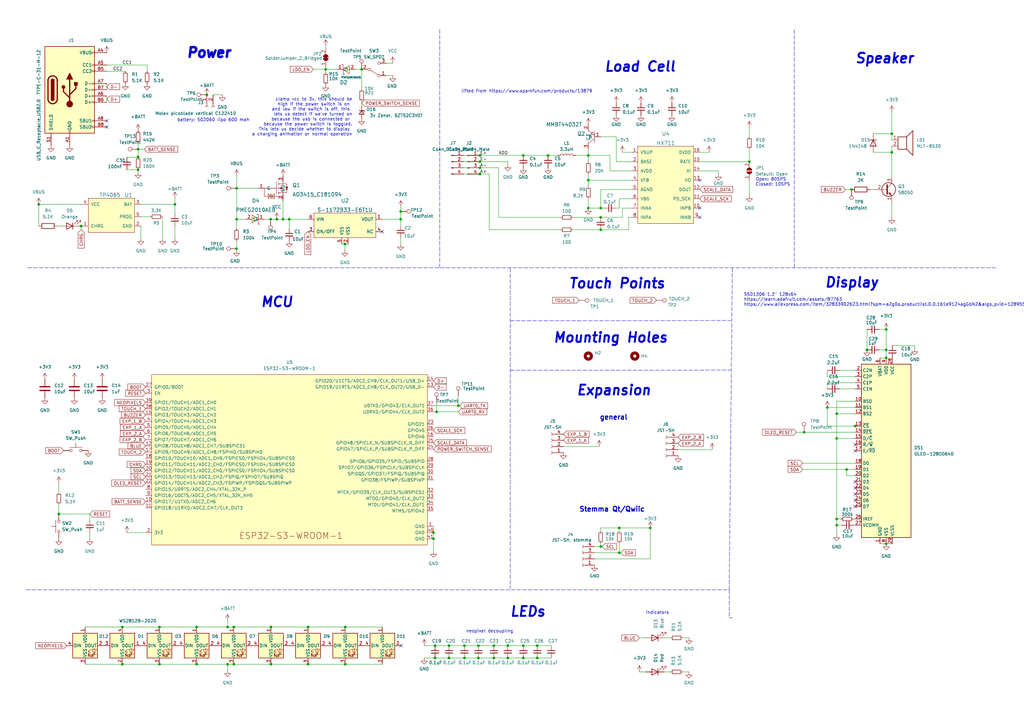
<source format=kicad_sch>
(kicad_sch (version 20211123) (generator eeschema)
  (paper "A3")
  (junction (at 148.336 28.448))
  (junction (at 110.998 89.916))
  (junction (at 241.3 63.754))
  (junction (at 365.76 62.484))
  (junction (at 241.3 85.344))
  (junction (at 184.15 264.795))
  (junction (at 15.875 83.82))
  (junction (at 208.28 264.795))
  (junction (at 196.85 68.834))
  (junction (at 329.819 177.292))
  (junction (at 214.63 269.875))
  (junction (at 363.474 135.128))
  (junction (at 141.605 272.415))
  (junction (at 93.345 272.415))
  (junction (at 339.344 167.132))
  (junction (at 196.85 71.374))
  (junction (at 349.25 77.724))
  (junction (at 56.642 69.596))
  (junction (at 246.38 224.155))
  (junction (at 178.435 269.875))
  (junction (at 196.215 269.875))
  (junction (at 190.5 264.795))
  (junction (at 65.405 257.175))
  (junction (at 224.79 63.754))
  (junction (at 126.365 272.415))
  (junction (at 80.645 257.175))
  (junction (at 141.605 257.175))
  (junction (at 343.154 169.672))
  (junction (at 307.34 66.294))
  (junction (at 355.6 143.51))
  (junction (at 220.345 269.875))
  (junction (at 254 226.695))
  (junction (at 208.28 269.875))
  (junction (at 133.604 28.448))
  (junction (at 179.07 168.91))
  (junction (at 93.345 257.175))
  (junction (at 220.345 264.795))
  (junction (at 202.565 269.875))
  (junction (at 164.338 86.741))
  (junction (at 80.645 272.415))
  (junction (at 246.38 94.234))
  (junction (at 190.5 269.875))
  (junction (at 141.478 100.076))
  (junction (at 118.618 89.916))
  (junction (at 50.165 272.415))
  (junction (at 196.85 66.294))
  (junction (at 214.63 63.754))
  (junction (at 97.028 77.216))
  (junction (at 365.76 54.864))
  (junction (at 202.565 264.795))
  (junction (at 214.63 264.795))
  (junction (at 177.8 220.98))
  (junction (at 350.774 174.752))
  (junction (at 187.96 166.37))
  (junction (at 24.13 210.82))
  (junction (at 343.154 215.392))
  (junction (at 56.642 64.389))
  (junction (at 343.154 179.832))
  (junction (at 196.85 63.754))
  (junction (at 65.405 272.415))
  (junction (at 363.474 143.51))
  (junction (at 241.3 73.914))
  (junction (at 84.836 38.862))
  (junction (at 116.078 89.916))
  (junction (at 184.15 269.875))
  (junction (at 95.885 272.415))
  (junction (at 254 216.535))
  (junction (at 33.274 92.71))
  (junction (at 177.8 218.44))
  (junction (at 97.028 101.981))
  (junction (at 95.885 257.175))
  (junction (at 178.435 264.795))
  (junction (at 126.365 257.175))
  (junction (at 111.125 272.415))
  (junction (at 266.7 216.535))
  (junction (at 246.38 89.154))
  (junction (at 111.125 257.175))
  (junction (at 97.028 89.916))
  (junction (at 363.474 146.812))
  (junction (at 363.474 223.012))
  (junction (at 196.215 264.795))
  (junction (at 347.218 192.532))
  (junction (at 71.755 83.82))
  (junction (at 246.38 85.344))
  (junction (at 343.154 212.852))
  (junction (at 50.165 257.175))
  (junction (at 56.642 61.214))
  (junction (at 164.338 89.916))
  (junction (at 113.538 89.916))
  (no_connect (at 287.02 85.344))
  (no_connect (at 43.815 52.07))
  (no_connect (at 43.815 49.53))
  (no_connect (at 287.02 89.154))
  (no_connect (at 350.774 182.372))
  (no_connect (at 350.774 184.912))
  (no_connect (at 287.02 73.914))
  (no_connect (at 350.774 197.612))
  (no_connect (at 156.718 94.996))
  (no_connect (at 350.774 200.152))
  (no_connect (at 350.774 202.692))
  (no_connect (at 350.774 205.232))
  (no_connect (at 350.774 207.772))
  (no_connect (at 164.465 264.795))
  (wire (pts (xy 339.344 154.432) (xy 350.774 154.432)))
  (wire (pts (xy 97.028 77.216) (xy 97.028 89.916)))
  (wire (pts (xy 133.604 18.796) (xy 133.604 19.812)))
  (wire (pts (xy 32.385 92.71) (xy 33.274 92.71)))
  (wire (pts (xy 177.8 220.98) (xy 177.8 226.06)))
  (wire (pts (xy 50.165 257.175) (xy 65.405 257.175)))
  (wire (pts (xy 52.07 69.596) (xy 56.642 69.596)))
  (wire (pts (xy 204.47 68.834) (xy 196.85 68.834)))
  (wire (pts (xy 173.99 269.875) (xy 178.435 269.875)))
  (wire (pts (xy 71.755 81.28) (xy 71.755 83.82)))
  (wire (pts (xy 178.435 269.875) (xy 184.15 269.875)))
  (wire (pts (xy 262.255 261.62) (xy 264.795 261.62)))
  (wire (pts (xy 339.344 167.132) (xy 350.774 167.132)))
  (wire (pts (xy 118.618 89.916) (xy 118.618 93.726)))
  (wire (pts (xy 214.63 63.754) (xy 224.79 63.754)))
  (wire (pts (xy 343.154 219.202) (xy 343.154 215.392)))
  (wire (pts (xy 350.774 174.752) (xy 339.344 174.752)))
  (wire (pts (xy 95.885 272.415) (xy 111.125 272.415)))
  (polyline (pts (xy 10.795 241.935) (xy 299.085 241.935)))
  (wire (pts (xy 329.819 177.292) (xy 350.774 177.292)))
  (wire (pts (xy 145.796 28.448) (xy 148.336 28.448)))
  (wire (pts (xy 196.215 264.795) (xy 202.565 264.795)))
  (wire (pts (xy 343.154 215.392) (xy 345.186 215.392)))
  (wire (pts (xy 250.19 63.754) (xy 241.3 63.754)))
  (wire (pts (xy 339.344 156.972) (xy 339.344 159.512)))
  (wire (pts (xy 141.605 272.415) (xy 156.845 272.415)))
  (wire (pts (xy 243.84 226.695) (xy 254 226.695)))
  (wire (pts (xy 52.07 64.516) (xy 56.642 64.516)))
  (wire (pts (xy 65.405 272.415) (xy 80.645 272.415)))
  (wire (pts (xy 254 81.534) (xy 259.08 81.534)))
  (wire (pts (xy 178.435 264.795) (xy 184.15 264.795)))
  (wire (pts (xy 329.184 192.532) (xy 347.218 192.532)))
  (wire (pts (xy 93.345 257.175) (xy 95.885 257.175)))
  (wire (pts (xy 360.934 146.812) (xy 363.474 146.812)))
  (wire (pts (xy 246.38 216.535) (xy 246.38 217.805)))
  (wire (pts (xy 111.125 257.175) (xy 126.365 257.175)))
  (wire (pts (xy 241.3 73.914) (xy 259.08 73.914)))
  (wire (pts (xy 142.748 100.076) (xy 141.478 100.076)))
  (wire (pts (xy 360.934 223.012) (xy 363.474 223.012)))
  (wire (pts (xy 366.014 141.732) (xy 375.158 141.732)))
  (wire (pts (xy 339.344 174.752) (xy 339.344 167.132)))
  (wire (pts (xy 259.08 89.154) (xy 257.81 89.154)))
  (wire (pts (xy 95.885 257.175) (xy 111.125 257.175)))
  (wire (pts (xy 241.3 61.214) (xy 241.3 63.754)))
  (wire (pts (xy 365.76 54.864) (xy 365.76 57.404)))
  (wire (pts (xy 208.28 264.795) (xy 214.63 264.795)))
  (wire (pts (xy 339.344 151.892) (xy 339.344 154.432)))
  (wire (pts (xy 190.246 68.834) (xy 196.85 68.834)))
  (wire (pts (xy 257.81 89.154) (xy 257.81 94.234)))
  (wire (pts (xy 262.255 275.59) (xy 264.795 275.59)))
  (wire (pts (xy 246.38 224.155) (xy 247.015 224.155)))
  (wire (pts (xy 34.925 257.175) (xy 50.165 257.175)))
  (wire (pts (xy 56.642 58.674) (xy 56.642 61.214)))
  (wire (pts (xy 133.604 28.448) (xy 133.604 29.718)))
  (polyline (pts (xy 299.72 184.15) (xy 299.72 183.515)))
  (wire (pts (xy 93.345 272.415) (xy 95.885 272.415)))
  (wire (pts (xy 15.875 83.82) (xy 15.875 92.71)))
  (polyline (pts (xy 300.355 109.855) (xy 299.085 241.935)))
  (polyline (pts (xy 209.296 131.572) (xy 299.72 131.445)))
  (wire (pts (xy 105.918 77.216) (xy 97.028 77.216)))
  (wire (pts (xy 97.028 72.136) (xy 97.028 77.216)))
  (wire (pts (xy 59.182 61.214) (xy 56.642 61.214)))
  (wire (pts (xy 243.84 229.235) (xy 266.7 229.235)))
  (wire (pts (xy 252.73 85.344) (xy 254 85.344)))
  (wire (pts (xy 241.3 73.914) (xy 241.3 76.454)))
  (wire (pts (xy 108.458 89.916) (xy 110.998 89.916)))
  (wire (pts (xy 190.246 63.754) (xy 196.85 63.754)))
  (wire (pts (xy 363.474 135.128) (xy 363.474 143.51)))
  (wire (pts (xy 202.565 264.795) (xy 208.28 264.795)))
  (wire (pts (xy 80.645 257.175) (xy 93.345 257.175)))
  (wire (pts (xy 344.424 151.892) (xy 350.774 151.892)))
  (wire (pts (xy 116.078 82.296) (xy 116.078 89.916)))
  (wire (pts (xy 350.774 156.972) (xy 339.344 156.972)))
  (wire (pts (xy 231.14 183.134) (xy 245.745 183.134)))
  (wire (pts (xy 254 226.695) (xy 254.635 226.695)))
  (wire (pts (xy 246.38 216.535) (xy 254 216.535)))
  (wire (pts (xy 326.644 177.292) (xy 329.819 177.292)))
  (polyline (pts (xy 325.755 109.855) (xy 325.755 12.065)))
  (wire (pts (xy 229.87 89.154) (xy 204.47 89.154)))
  (wire (pts (xy 24.13 207.01) (xy 24.13 210.82)))
  (wire (pts (xy 24.13 198.12) (xy 24.13 201.93)))
  (wire (pts (xy 365.76 62.484) (xy 365.76 72.644)))
  (wire (pts (xy 50.165 272.415) (xy 65.405 272.415)))
  (wire (pts (xy 177.8 218.44) (xy 177.8 220.98)))
  (wire (pts (xy 360.68 135.128) (xy 363.474 135.128)))
  (wire (pts (xy 200.66 94.234) (xy 229.87 94.234)))
  (wire (pts (xy 56.642 61.214) (xy 56.642 64.389)))
  (wire (pts (xy 307.34 80.264) (xy 307.34 73.914)))
  (wire (pts (xy 116.078 89.916) (xy 118.618 89.916)))
  (wire (pts (xy 254 216.535) (xy 254 217.805)))
  (wire (pts (xy 224.79 63.754) (xy 228.6 63.754)))
  (wire (pts (xy 34.925 272.415) (xy 50.165 272.415)))
  (wire (pts (xy 43.815 26.67) (xy 60.325 26.67)))
  (wire (pts (xy 294.64 70.104) (xy 294.64 71.374)))
  (wire (pts (xy 57.785 88.9) (xy 61.595 88.9)))
  (wire (pts (xy 259.08 77.724) (xy 246.38 77.724)))
  (wire (pts (xy 350.266 215.392) (xy 350.774 215.392)))
  (polyline (pts (xy 180.34 12.065) (xy 180.34 109.855)))
  (polyline (pts (xy 299.085 241.935) (xy 299.085 253.365)))
  (wire (pts (xy 241.3 66.294) (xy 241.3 63.754)))
  (wire (pts (xy 246.38 222.885) (xy 246.38 224.155)))
  (wire (pts (xy 344.424 159.512) (xy 350.774 159.512)))
  (wire (pts (xy 93.345 254.635) (xy 93.345 257.175)))
  (wire (pts (xy 254 85.344) (xy 254 81.534)))
  (polyline (pts (xy 299.085 253.365) (xy 300.355 253.365)))
  (wire (pts (xy 164.338 97.536) (xy 164.338 100.076)))
  (wire (pts (xy 243.84 224.155) (xy 246.38 224.155)))
  (wire (pts (xy 196.85 66.294) (xy 208.28 66.294)))
  (wire (pts (xy 56.642 69.596) (xy 56.642 69.469)))
  (wire (pts (xy 252.73 56.134) (xy 252.73 66.294)))
  (wire (pts (xy 259.08 70.104) (xy 250.19 70.104)))
  (wire (pts (xy 164.338 84.836) (xy 164.338 86.741)))
  (wire (pts (xy 307.34 52.324) (xy 307.34 56.134)))
  (wire (pts (xy 358.14 62.484) (xy 365.76 62.484)))
  (wire (pts (xy 214.63 269.875) (xy 220.345 269.875)))
  (wire (pts (xy 250.19 70.104) (xy 250.19 63.754)))
  (wire (pts (xy 196.85 63.754) (xy 214.63 63.754)))
  (wire (pts (xy 190.5 269.875) (xy 196.215 269.875)))
  (wire (pts (xy 148.336 28.448) (xy 148.336 36.576)))
  (wire (pts (xy 290.83 62.484) (xy 287.02 62.484)))
  (wire (pts (xy 148.336 41.656) (xy 148.336 43.561)))
  (wire (pts (xy 329.184 189.992) (xy 350.774 189.992)))
  (wire (pts (xy 360.68 143.51) (xy 363.474 143.51)))
  (wire (pts (xy 220.345 264.795) (xy 226.06 264.795)))
  (wire (pts (xy 234.95 89.154) (xy 246.38 89.154)))
  (wire (pts (xy 241.3 81.534) (xy 241.3 85.344)))
  (wire (pts (xy 65.405 257.175) (xy 80.645 257.175)))
  (wire (pts (xy 343.154 179.832) (xy 343.154 212.852)))
  (wire (pts (xy 161.036 25.908) (xy 158.496 25.908)))
  (wire (pts (xy 179.07 168.91) (xy 187.96 168.91)))
  (wire (pts (xy 187.96 166.37) (xy 177.8 166.37)))
  (wire (pts (xy 36.83 213.36) (xy 36.83 210.82)))
  (wire (pts (xy 241.3 73.914) (xy 241.3 71.374)))
  (wire (pts (xy 164.338 86.741) (xy 164.338 89.916)))
  (wire (pts (xy 307.34 61.214) (xy 307.34 66.294)))
  (wire (pts (xy 355.6 135.128) (xy 355.6 143.51)))
  (wire (pts (xy 200.66 71.374) (xy 200.66 94.234)))
  (wire (pts (xy 346.71 77.724) (xy 349.25 77.724)))
  (wire (pts (xy 343.154 169.672) (xy 350.774 169.672)))
  (wire (pts (xy 97.028 101.981) (xy 97.028 98.806)))
  (wire (pts (xy 204.47 89.154) (xy 204.47 68.834)))
  (wire (pts (xy 343.154 164.592) (xy 350.774 164.592)))
  (wire (pts (xy 246.38 85.344) (xy 247.65 85.344)))
  (polyline (pts (xy 11.43 109.855) (xy 408.305 109.855)))
  (wire (pts (xy 259.08 66.294) (xy 252.73 66.294)))
  (wire (pts (xy 56.642 70.612) (xy 56.642 69.596)))
  (wire (pts (xy 196.85 71.374) (xy 200.66 71.374)))
  (wire (pts (xy 161.036 30.988) (xy 158.496 30.988)))
  (wire (pts (xy 208.28 66.294) (xy 208.28 67.564)))
  (wire (pts (xy 43.815 39.37) (xy 43.815 41.91)))
  (wire (pts (xy 190.246 66.294) (xy 196.85 66.294)))
  (wire (pts (xy 141.478 100.076) (xy 141.478 102.616)))
  (wire (pts (xy 252.73 56.134) (xy 246.38 56.134)))
  (wire (pts (xy 266.7 229.235) (xy 266.7 216.535)))
  (wire (pts (xy 52.07 218.44) (xy 59.69 218.44)))
  (wire (pts (xy 358.14 54.864) (xy 365.76 54.864)))
  (wire (pts (xy 184.15 269.875) (xy 190.5 269.875)))
  (wire (pts (xy 33.274 92.71) (xy 33.274 94.234)))
  (wire (pts (xy 93.345 272.415) (xy 93.345 274.955)))
  (wire (pts (xy 36.83 218.44) (xy 36.83 220.98)))
  (wire (pts (xy 184.15 264.795) (xy 190.5 264.795)))
  (wire (pts (xy 111.125 272.415) (xy 126.365 272.415)))
  (wire (pts (xy 179.07 165.1) (xy 179.07 168.91)))
  (wire (pts (xy 363.474 143.51) (xy 363.474 146.812)))
  (wire (pts (xy 287.02 66.294) (xy 307.34 66.294)))
  (wire (pts (xy 246.38 89.154) (xy 255.27 89.154)))
  (polyline (pts (xy 209.296 151.892) (xy 299.72 151.765)))
  (wire (pts (xy 57.785 97.79) (xy 57.785 92.71)))
  (wire (pts (xy 71.755 92.71) (xy 71.755 97.79)))
  (wire (pts (xy 365.76 89.154) (xy 365.76 82.804)))
  (wire (pts (xy 236.22 63.754) (xy 241.3 63.754)))
  (wire (pts (xy 87.376 38.862) (xy 91.186 38.862)))
  (wire (pts (xy 188.595 166.37) (xy 187.96 166.37)))
  (wire (pts (xy 234.95 94.234) (xy 246.38 94.234)))
  (wire (pts (xy 254 222.885) (xy 254 226.695)))
  (wire (pts (xy 347.218 192.532) (xy 350.774 192.532)))
  (wire (pts (xy 363.474 223.012) (xy 366.014 223.012)))
  (wire (pts (xy 43.815 34.29) (xy 43.815 36.83)))
  (wire (pts (xy 57.785 83.82) (xy 71.755 83.82)))
  (wire (pts (xy 214.63 264.795) (xy 220.345 264.795)))
  (wire (pts (xy 97.028 89.916) (xy 97.028 93.726)))
  (wire (pts (xy 220.345 269.875) (xy 226.06 269.875)))
  (wire (pts (xy 375.158 141.732) (xy 375.158 143.002)))
  (wire (pts (xy 343.154 215.392) (xy 343.154 212.852)))
  (wire (pts (xy 187.96 162.56) (xy 187.96 166.37)))
  (wire (pts (xy 272.415 261.62) (xy 274.955 261.62)))
  (wire (pts (xy 36.83 210.82) (xy 24.13 210.82)))
  (wire (pts (xy 66.675 97.79) (xy 66.675 88.9)))
  (wire (pts (xy 343.154 179.832) (xy 350.774 179.832)))
  (wire (pts (xy 208.28 269.875) (xy 214.63 269.875)))
  (wire (pts (xy 282.575 261.62) (xy 280.035 261.62)))
  (wire (pts (xy 133.604 28.448) (xy 138.176 28.448)))
  (wire (pts (xy 156.718 89.916) (xy 164.338 89.916)))
  (wire (pts (xy 113.538 89.916) (xy 116.078 89.916)))
  (wire (pts (xy 60.325 26.67) (xy 60.325 29.21)))
  (wire (pts (xy 347.218 195.072) (xy 347.218 192.532)))
  (wire (pts (xy 202.565 269.875) (xy 208.28 269.875)))
  (wire (pts (xy 173.99 264.795) (xy 178.435 264.795)))
  (wire (pts (xy 350.774 195.072) (xy 347.218 195.072)))
  (wire (pts (xy 80.645 272.415) (xy 93.345 272.415)))
  (wire (pts (xy 255.27 62.484) (xy 259.08 62.484)))
  (wire (pts (xy 126.365 272.415) (xy 141.605 272.415)))
  (wire (pts (xy 128.524 28.448) (xy 133.604 28.448)))
  (wire (pts (xy 272.415 275.59) (xy 274.955 275.59)))
  (wire (pts (xy 255.27 89.154) (xy 255.27 85.344)))
  (wire (pts (xy 97.028 89.916) (xy 100.838 89.916)))
  (wire (pts (xy 351.028 174.752) (xy 350.774 174.752)))
  (wire (pts (xy 246.38 94.234) (xy 257.81 94.234)))
  (wire (pts (xy 343.154 164.592) (xy 343.154 169.672)))
  (wire (pts (xy 71.755 87.63) (xy 71.755 83.82)))
  (wire (pts (xy 43.815 29.21) (xy 51.435 29.21)))
  (wire (pts (xy 365.76 59.944) (xy 365.76 62.484)))
  (wire (pts (xy 110.998 89.916) (xy 113.538 89.916)))
  (wire (pts (xy 177.8 215.9) (xy 177.8 218.44)))
  (wire (pts (xy 350.012 212.852) (xy 350.774 212.852)))
  (polyline (pts (xy 209.296 109.982) (xy 209.296 241.427)))
  (wire (pts (xy 126.365 257.175) (xy 141.605 257.175)))
  (wire (pts (xy 365.76 45.974) (xy 365.76 54.864)))
  (wire (pts (xy 33.655 83.82) (xy 15.875 83.82)))
  (wire (pts (xy 56.642 64.389) (xy 56.642 64.516)))
  (wire (pts (xy 179.07 168.91) (xy 177.8 168.91)))
  (wire (pts (xy 287.02 70.104) (xy 294.64 70.104)))
  (wire (pts (xy 343.154 212.852) (xy 344.932 212.852)))
  (wire (pts (xy 23.495 92.71) (xy 24.765 92.71)))
  (wire (pts (xy 356.87 77.724) (xy 358.14 77.724)))
  (wire (pts (xy 118.618 89.916) (xy 126.238 89.916)))
  (wire (pts (xy 190.246 71.374) (xy 196.85 71.374)))
  (wire (pts (xy 241.3 85.344) (xy 246.38 85.344)))
  (wire (pts (xy 141.605 257.175) (xy 156.845 257.175)))
  (wire (pts (xy 190.5 264.795) (xy 196.215 264.795)))
  (wire (pts (xy 254 216.535) (xy 266.7 216.535)))
  (wire (pts (xy 278.13 184.404) (xy 292.1 184.404)))
  (wire (pts (xy 255.27 85.344) (xy 259.08 85.344)))
  (wire (pts (xy 196.215 269.875) (xy 202.565 269.875)))
  (wire (pts (xy 164.338 89.916) (xy 164.338 92.456)))
  (wire (pts (xy 133.604 27.432) (xy 133.604 28.448)))
  (wire (pts (xy 343.154 169.672) (xy 343.154 179.832)))
  (wire (pts (xy 33.274 92.71) (xy 33.655 92.71)))
  (wire (pts (xy 141.478 100.076) (xy 140.208 100.076)))
  (wire (pts (xy 246.38 77.724) (xy 246.38 85.344)))
  (wire (pts (xy 282.575 275.59) (xy 280.035 275.59)))
  (wire (pts (xy 97.028 102.616) (xy 97.028 101.981)))
  (text "lifted from https://www.sparkfun.com/products/13879" (at 189.23 38.227 0) (effects (font (size 1.27 1.27)) (justify left bottom)))
  (text "Open: 80SPS\nClosed: 10SPS\n" (at 309.88 76.454 0) (effects (font (size 1.27 1.27)) (justify left bottom)))
  (text "Touch Points" (at 233.045 118.745 0) (effects (font (size 4 4) (thickness 0.8) bold italic) (justify left bottom)))
  (text "MCU" (at 106.68 126.365 0) (effects (font (size 4 4) (thickness 0.8) bold italic) (justify left bottom)))
  (text "Power" (at 76.2 24.13 0) (effects (font (size 4 4) (thickness 1) bold italic) (justify left bottom)))
  (text "battery: 502060 lipo 600 mah\n" (at 72.644 50.038 0) (effects (font (size 1.27 1.27)) (justify left bottom)))
  (text "Display" (at 338.074 118.364 0) (effects (font (size 4 4) (thickness 0.8) bold italic) (justify left bottom)))
  (text "Expansion" (at 236.22 162.56 0) (effects (font (size 4 4) (thickness 0.8) bold italic) (justify left bottom)))
  (text "Mounting Holes" (at 226.695 140.97 0) (effects (font (size 4 4) (thickness 0.8) bold italic) (justify left bottom)))
  (text "SSD1306 1.3\" 128x64\nhttps://learn.adafruit.com/assets/87763\nhttps://www.aliexpress.com/item/32833902623.html?spm=a2g0o.productlist.0.0.161e9124agGbN2&algo_pvid=128955a3-e0d0-4f90-829f-11a06950333c&algo_exp_id=128955a3-e0d0-4f90-829f-11a06950333c-10&pdp_ext_f=%7B%22sku_id%22%3A%2265420055737%22%7D&pdp_npi=2%40dis%21GBP%21%212.32%212.32%21%211.99%21%21%402100bdd816544379130082450eea22%2165420055737%21sea" (at 305.054 125.73 0) (effects (font (size 1.27 1.27)) (justify left bottom)))
  (text "clamp vcc to 3v, this should be\nhigh if the power switch is on \nand low if the switch is off, this \nlets us detect if we've turned on\nbecause the usb is connected or \nbecause the power switch is toggled.\nThis lets us decide whether to display \na charging animation or normal operation" (at 144.526 55.88 0) (effects (font (size 1.27 1.27)) (justify right bottom)))
  (text "Stemma Qt/Qwiic" (at 237.49 210.185 0) (effects (font (size 2 2) (thickness 0.4) bold) (justify left bottom)))
  (text "LEDs\n" (at 208.915 253.365 0) (effects (font (size 4 4) (thickness 0.8) bold italic) (justify left bottom)))
  (text "Speaker" (at 350.52 26.416 0) (effects (font (size 4 4) (thickness 0.8) bold italic) (justify left bottom)))
  (text "Load Cell" (at 247.65 29.845 0) (effects (font (size 4 4) (thickness 0.8) bold italic) (justify left bottom)))
  (text "neopixel decoupling\n" (at 191.135 259.715 0) (effects (font (size 1.27 1.27)) (justify left bottom)))
  (text "general" (at 245.872 172.466 0) (effects (font (size 2 2) (thickness 0.4) bold) (justify left bottom)))
  (text "indicators" (at 264.795 252.095 0) (effects (font (size 1.27 1.27)) (justify left bottom)))
  (label "ADD" (at 204.47 63.754 0))
  (label "CC2" (at 46.355 29.21 0))
  (label "CC1" (at 50.165 26.67 0))
  (label "E+" (at 196.85 63.754 0))
  (label "A-" (at 196.85 68.834 0))
  (label "E-" (at 196.85 66.294 0))
  (label "A+" (at 196.85 71.374 0))
  (global_label "CHRG" (shape input) (at 33.274 94.234 270) (property "Intersheet References" "${INTERSHEET_REFS}" (effects hide)))
  (global_label "D-" (shape input) (at 43.815 35.56 0) (property "Intersheet References" "${INTERSHEET_REFS}" (effects hide)))
  (global_label "OLED_RESET" (shape input) (at 59.69 198.12 180) (property "Intersheet References" "${INTERSHEET_REFS}" (effects hide)))
  (global_label "UART0_RX" (shape input) (at 187.96 168.91 0) (property "Intersheet References" "${INTERSHEET_REFS}" (effects hide)))
  (global_label "LDO_EN" (shape input) (at 126.238 94.996 270) (property "Intersheet References" "${INTERSHEET_REFS}" (effects hide)))
  (global_label "POWER_SWITCH_SENSE" (shape input) (at 148.336 42.291 0) (property "Intersheet References" "${INTERSHEET_REFS}" (effects hide)))
  (global_label "UART0_TX" (shape input) (at 188.595 166.37 0) (property "Intersheet References" "${INTERSHEET_REFS}" (effects hide)))
  (global_label "BATT_SENSE" (shape input) (at 59.182 61.214 0) (property "Intersheet References" "${INTERSHEET_REFS}" (effects hide)))
  (global_label "BLUE" (shape input) (at 262.255 261.62 180) (property "Intersheet References" "${INTERSHEET_REFS}" (effects hide)))
  (global_label "SCALE_SCK" (shape input) (at 177.8 176.53 0) (property "Intersheet References" "${INTERSHEET_REFS}" (effects hide)))
  (global_label "TOUCH_2" (shape input) (at 59.69 185.42 180) (property "Intersheet References" "${INTERSHEET_REFS}" (effects hide)))
  (global_label "BUZZER" (shape input) (at 346.71 77.724 180) (property "Intersheet References" "${INTERSHEET_REFS}" (effects hide)))
  (global_label "BUZZER" (shape input) (at 59.69 170.18 180) (property "Intersheet References" "${INTERSHEET_REFS}" (effects hide)))
  (global_label "EXP_1_B" (shape input) (at 59.69 172.72 180) (property "Intersheet References" "${INTERSHEET_REFS}" (effects hide)))
  (global_label "EXP_1_B" (shape input) (at 231.14 178.054 0) (property "Intersheet References" "${INTERSHEET_REFS}" (effects hide)))
  (global_label "D+" (shape input) (at 43.815 40.64 0) (property "Intersheet References" "${INTERSHEET_REFS}" (effects hide)))
  (global_label "NEOPIXELS" (shape input) (at 27.305 264.795 180) (property "Intersheet References" "${INTERSHEET_REFS}" (effects hide)))
  (global_label "SCL" (shape input) (at 59.69 195.58 180) (property "Intersheet References" "${INTERSHEET_REFS}" (effects hide)))
  (global_label "SDA" (shape input) (at 254.635 226.695 0) (property "Intersheet References" "${INTERSHEET_REFS}" (effects hide)))
  (global_label "SDA" (shape input) (at 59.69 193.04 180) (property "Intersheet References" "${INTERSHEET_REFS}" (effects hide)))
  (global_label "CHRG" (shape input) (at 59.69 190.5 180) (property "Intersheet References" "${INTERSHEET_REFS}" (effects hide)))
  (global_label "NEOPIXELS" (shape input) (at 59.69 165.1 180) (property "Intersheet References" "${INTERSHEET_REFS}" (effects hide)))
  (global_label "D-" (shape input) (at 177.8 158.75 0) (property "Intersheet References" "${INTERSHEET_REFS}" (effects hide)))
  (global_label "TOUCH_2" (shape input) (at 269.24 123.19 180) (property "Intersheet References" "${INTERSHEET_REFS}" (effects hide)))
  (global_label "POWER_SWITCH_SENSE" (shape input) (at 177.8 184.15 0) (property "Intersheet References" "${INTERSHEET_REFS}" (effects hide)))
  (global_label "LDO_EN" (shape input) (at 128.524 28.448 180) (property "Intersheet References" "${INTERSHEET_REFS}" (effects hide)))
  (global_label "SDA" (shape input) (at 329.184 192.532 180) (property "Intersheet References" "${INTERSHEET_REFS}" (effects hide)))
  (global_label "EXP_1_A" (shape input) (at 59.69 175.26 180) (property "Intersheet References" "${INTERSHEET_REFS}" (effects hide)))
  (global_label "D+" (shape input) (at 177.8 156.21 0) (property "Intersheet References" "${INTERSHEET_REFS}" (effects hide)))
  (global_label "RESET" (shape input) (at 36.83 210.82 0) (property "Intersheet References" "${INTERSHEET_REFS}" (effects hide)))
  (global_label "EXP_2_A" (shape input) (at 59.69 177.8 180) (property "Intersheet References" "${INTERSHEET_REFS}" (effects hide)))
  (global_label "SCALE_SCK" (shape input) (at 287.02 81.534 0) (property "Intersheet References" "${INTERSHEET_REFS}" (effects hide)))
  (global_label "TOUCH_1" (shape input) (at 59.69 167.64 180) (property "Intersheet References" "${INTERSHEET_REFS}" (effects hide)))
  (global_label "BLUE" (shape input) (at 59.69 182.88 180) (property "Intersheet References" "${INTERSHEET_REFS}" (effects hide)))
  (global_label "BATT_SENSE" (shape input) (at 59.69 205.74 180) (property "Intersheet References" "${INTERSHEET_REFS}" (effects hide)))
  (global_label "RESET" (shape input) (at 59.69 161.29 180) (property "Intersheet References" "${INTERSHEET_REFS}" (effects hide)))
  (global_label "EXP_2_B" (shape input) (at 278.13 179.324 0) (property "Intersheet References" "${INTERSHEET_REFS}" (effects hide)))
  (global_label "TOUCH_1" (shape input) (at 237.49 123.19 180) (property "Intersheet References" "${INTERSHEET_REFS}" (effects hide)))
  (global_label "EXP_2_A" (shape input) (at 278.13 181.864 0) (property "Intersheet References" "${INTERSHEET_REFS}" (effects hide)))
  (global_label "SCL" (shape input) (at 247.015 224.155 0) (property "Intersheet References" "${INTERSHEET_REFS}" (effects hide)))
  (global_label "SCALE_DATA" (shape input) (at 177.8 181.61 0) (property "Intersheet References" "${INTERSHEET_REFS}" (effects hide)))
  (global_label "BOOT" (shape input) (at 26.035 184.785 180) (property "Intersheet References" "${INTERSHEET_REFS}" (effects hide)))
  (global_label "BOOT" (shape input) (at 59.69 158.75 180) (property "Intersheet References" "${INTERSHEET_REFS}" (effects hide)))
  (global_label "SCALE_DATA" (shape input) (at 287.02 77.724 0) (property "Intersheet References" "${INTERSHEET_REFS}" (effects hide)))
  (global_label "OLED_RESET" (shape input) (at 326.644 177.292 180) (property "Intersheet References" "${INTERSHEET_REFS}" (effects hide)))
  (global_label "SCL" (shape input) (at 329.184 189.992 180) (property "Intersheet References" "${INTERSHEET_REFS}" (effects hide)))
  (global_label "EXP_2_B" (shape input) (at 59.69 180.34 180) (property "Intersheet References" "${INTERSHEET_REFS}" (effects hide)))
  (global_label "EXP_1_A" (shape input) (at 231.14 180.594 0) (property "Intersheet References" "${INTERSHEET_REFS}" (effects hide)))
  (symbol (lib_id "power:GND") (at 60.325 34.29 0) (unit 1)
    (property "Reference" "#PWR05" (effects hide))
    (property "Value" "GND" (at 60.325 39.37 0))
  )
  (symbol (lib_id "Device:D") (at 358.14 58.674 90) (mirror x) (unit 1)
    (property "Reference" "D15" (at 353.06 57.404 90) (effects (justify right)))
    (property "Value" "1N4148" (at 347.98 59.944 90) (effects (justify right)))
    (property "Footprint" "Diode_SMD:D_SOD-323_HandSoldering" (effects hide))
  )
  (symbol (lib_id "Device:C_Small") (at 190.5 267.335 0) (unit 1)
    (property "Reference" "C21" (at 189.23 262.89 0) (effects (justify left)))
    (property "Value" "0.1uF" (at 187.96 271.78 0) (effects (justify left)))
    (property "Footprint" "Capacitor_SMD:C_0805_2012Metric_Pad1.18x1.45mm_HandSolder" (effects hide))
  )
  (symbol (lib_id "Device:C_Small") (at 214.63 267.335 0) (unit 1)
    (property "Reference" "C25" (at 213.36 262.89 0) (effects (justify left)))
    (property "Value" "0.1uF" (at 212.09 271.78 0) (effects (justify left)))
    (property "Footprint" "Capacitor_SMD:C_0805_2012Metric_Pad1.18x1.45mm_HandSolder" (effects hide))
  )
  (symbol (lib_id "Connector:TestPoint") (at 97.028 77.216 90) (unit 1)
    (property "Reference" "TP3" (at 88.138 72.136 90))
    (property "Value" "TestPoint" (at 89.408 74.676 90))
    (property "Footprint" "TestPoint:TestPoint_Pad_D1.5mm" (effects hide))
  )
  (symbol (lib_id "Device:L") (at 232.41 63.754 90) (unit 1)
    (property "Reference" "L1" (at 232.41 58.674 90))
    (property "Value" "3.3uH" (at 232.41 61.214 90))
    (property "Footprint" "Inductor_SMD:L_0805_2012Metric_Pad1.05x1.20mm_HandSolder" (effects hide))
  )
  (symbol (lib_id "power:GND") (at 224.79 68.834 0) (unit 1)
    (property "Reference" "#PWR023" (effects hide))
    (property "Value" "GND" (at 224.79 72.644 0))
  )
  (symbol (lib_id "Device:C_Small") (at 178.435 267.335 0) (unit 1)
    (property "Reference" "C19" (at 177.165 262.89 0) (effects (justify left)))
    (property "Value" "0.1uF" (at 175.895 271.78 0) (effects (justify left)))
    (property "Footprint" "Capacitor_SMD:C_0805_2012Metric_Pad1.18x1.45mm_HandSolder" (effects hide))
  )
  (symbol (lib_id "power:+3V3") (at 241.3 51.054 0) (unit 1)
    (property "Reference" "#PWR0106" (effects hide))
    (property "Value" "+3V3" (at 241.3 45.974 0))
  )
  (symbol (lib_id "power:+3.3V") (at 18.415 155.575 0) (unit 1)
    (property "Reference" "#PWR039" (effects hide))
    (property "Value" "+3.3V" (at 18.415 150.495 0))
  )
  (symbol (lib_id "power:+BATT") (at 116.078 72.136 0) (unit 1)
    (property "Reference" "#PWR010" (effects hide))
    (property "Value" "+BATT" (at 116.078 67.691 0))
  )
  (symbol (lib_id "LED:WS2812B") (at 111.125 264.795 0) (unit 1)
    (property "Reference" "D8" (at 118.745 260.985 0))
    (property "Value" "WS2812B-2020" (effects hide))
    (property "Footprint" "easyeda2kicad:LED-SMD_4P-L2.0-W2.0-TL_WS2812B-2020" (effects hide))
    (property "Datasheet" "https://cdn-shop.adafruit.com/datasheets/WS2812B.pdf" (effects hide))
  )
  (symbol (lib_id "power:+3.3V") (at 41.91 155.575 0) (unit 1)
    (property "Reference" "#PWR043" (effects hide))
    (property "Value" "+3.3V" (at 41.91 150.495 0))
  )
  (symbol (lib_id "easyeda2kicad:HX711") (at 273.05 71.374 0) (unit 1)
    (property "Reference" "U4" (at 273.05 54.864 0) (effects (font (size 1.524 1.524))))
    (property "Value" "HX711" (at 273.05 58.674 0) (effects (font (size 1.524 1.524))))
    (property "Footprint" "easyeda2kicad:SOP-16_L10.0-W3.9-P1.27-LS6.0-BL" (effects hide))
    (property "Datasheet" "https://lcsc.com/product-detail/Analog-To-Digital-Converters-ADCs_HX711_C43656.html" (effects hide))
    (property "Manufacturer" "AVIA" (effects hide))
    (property "LCSC Part" "C43656" (effects hide))
    (property "JLC Part" "Extended Part" (effects hide))
  )
  (symbol (lib_id "Device:C_Small") (at 366.014 144.272 0) (unit 1)
    (property "Reference" "C18" (at 369.57 143.0082 0) (effects (justify left)))
    (property "Value" "10uF" (at 369.57 145.5482 0) (effects (justify left)))
    (property "Footprint" "Capacitor_SMD:C_0805_2012Metric_Pad1.18x1.45mm_HandSolder" (effects hide))
  )
  (symbol (lib_id "Device:C_Small") (at 208.28 267.335 0) (unit 1)
    (property "Reference" "C24" (at 207.01 262.89 0) (effects (justify left)))
    (property "Value" "0.1uF" (at 205.74 271.78 0) (effects (justify left)))
    (property "Footprint" "Capacitor_SMD:C_0805_2012Metric_Pad1.18x1.45mm_HandSolder" (effects hide))
  )
  (symbol (lib_id "Device:R_Small") (at 133.604 32.258 0) (unit 1)
    (property "Reference" "R15" (at 134.874 30.353 0) (effects (justify left)))
    (property "Value" "10K" (at 134.874 32.258 0) (effects (justify left)))
    (property "Footprint" "Resistor_SMD:R_0805_2012Metric_Pad1.20x1.40mm_HandSolder" (effects hide))
  )
  (symbol (lib_id "Device:C_Small") (at 341.884 151.892 90) (unit 1)
    (property "Reference" "C15" (at 341.884 146.177 90))
    (property "Value" "2.2uF" (at 341.884 148.717 90))
    (property "Footprint" "Capacitor_SMD:C_0805_2012Metric_Pad1.18x1.45mm_HandSolder" (effects hide))
  )
  (symbol (lib_id "Device:C_Small") (at 341.884 159.512 90) (unit 1)
    (property "Reference" "C16" (at 341.884 154.432 90))
    (property "Value" "2.2uF" (at 341.884 156.972 90))
    (property "Footprint" "Capacitor_SMD:C_0805_2012Metric_Pad1.18x1.45mm_HandSolder" (effects hide))
  )
  (symbol (lib_id "Device:LED") (at 28.575 92.71 180) (unit 1)
    (property "Reference" "D5" (at 28.575 86.36 0))
    (property "Value" "Orange" (at 28.575 88.9 0))
    (property "Footprint" "LED_SMD:LED_0805_2012Metric_Pad1.15x1.40mm_HandSolder" (effects hide))
  )
  (symbol (lib_id "power:GND") (at 56.642 70.612 0) (unit 1)
    (property "Reference" "#PWR057" (effects hide))
    (property "Value" "GND" (at 56.642 75.692 0))
  )
  (symbol (lib_id "Device:C_Small") (at 250.19 85.344 90) (unit 1)
    (property "Reference" "C7" (at 250.19 80.264 90))
    (property "Value" "0.1uF" (at 250.19 82.804 90))
    (property "Footprint" "Capacitor_SMD:C_0805_2012Metric_Pad1.18x1.45mm_HandSolder" (effects hide))
  )
  (symbol (lib_id "Device:C_Small") (at 118.618 96.266 0) (unit 1)
    (property "Reference" "C1" (at 120.65 94.996 0) (effects (justify left)))
    (property "Value" "10uF" (at 119.888 98.044 0) (effects (justify left)))
    (property "Footprint" "Capacitor_SMD:C_0805_2012Metric_Pad1.18x1.45mm_HandSolder" (effects hide))
  )
  (symbol (lib_id "Connector:TestPoint") (at 269.24 123.19 270) (unit 1)
    (property "Reference" "TP2" (at 273.8121 125.095 90) (effects (justify left)))
    (property "Value" "TOUCH_2" (at 274.32 122.555 90) (effects (justify left)))
    (property "Footprint" "TouchPads:TouchPad" (effects hide))
  )
  (symbol (lib_id "Connector:TestPoint") (at 110.998 89.916 180) (unit 1)
    (property "Reference" "TP4" (at 109.728 94.996 0) (effects (justify right)))
    (property "Value" "TestPoint" (at 107.188 97.536 0) (effects (justify right)))
    (property "Footprint" "TestPoint:TestPoint_Pad_D1.5mm" (effects hide))
  )
  (symbol (lib_id "power:GND") (at 20.955 59.69 0) (unit 1)
    (property "Reference" "#PWR01" (effects hide))
    (property "Value" "GND" (at 20.955 64.77 0))
  )
  (symbol (lib_id "Switch:SW_SPDT") (at 153.416 28.448 0) (mirror x) (unit 1)
    (property "Reference" "SW3" (at 153.416 20.828 0))
    (property "Value" "SW_SPDT" (at 153.416 23.368 0))
    (property "Footprint" "Button_Switch_SMD:SW_SPDT_PCM12" (effects hide))
  )
  (symbol (lib_id "Device:C_Small") (at 347.726 215.392 90) (mirror x) (unit 1)
    (property "Reference" "C17" (at 347.726 217.932 90))
    (property "Value" "10uF" (at 347.726 219.837 90))
    (property "Footprint" "Capacitor_SMD:C_0805_2012Metric_Pad1.18x1.45mm_HandSolder" (effects hide))
  )
  (symbol (lib_id "power:VBUS") (at 15.875 83.82 0) (unit 1)
    (property "Reference" "#PWR08" (effects hide))
    (property "Value" "VBUS" (at 15.875 78.74 0))
  )
  (symbol (lib_id "Connector:Conn_01x04_Male") (at 191.77 66.294 0) (unit 1)
    (property "Reference" "J2" (at 192.405 58.674 0))
    (property "Value" "Conn_01x04_Male" (at 192.405 61.214 0))
    (property "Footprint" "Connector_JST:JST_SH_BM04B-SRSS-TB_1x04-1MP_P1.00mm_Vertical" (effects hide))
  )
  (symbol (lib_id "Device:C_Small") (at 164.338 94.996 0) (unit 1)
    (property "Reference" "C2" (at 165.862 93.472 0) (effects (justify left)))
    (property "Value" "10uF" (at 165.608 96.774 0) (effects (justify left)))
    (property "Footprint" "Capacitor_SMD:C_0805_2012Metric_Pad1.18x1.45mm_HandSolder" (effects hide))
  )
  (symbol (lib_id "power:GND") (at 91.186 38.862 0) (unit 1)
    (property "Reference" "#PWR0111" (effects hide))
    (property "Value" "GND" (at 91.186 43.942 0))
  )
  (symbol (lib_id "Device:Speaker") (at 370.84 57.404 0) (unit 1)
    (property "Reference" "LS1" (at 375.92 57.4039 0) (effects (justify left)))
    (property "Value" "MLT-8530" (at 375.92 59.9439 0) (effects (justify left)))
    (property "Footprint" "Buzzer_Beeper:Buzzer_CUI_CPT-9019S-SMT" (effects hide))
  )
  (symbol (lib_id "Device:R_Small") (at 241.3 68.834 0) (unit 1)
    (property "Reference" "R8" (at 243.84 67.5639 0) (effects (justify left)))
    (property "Value" "20K" (at 243.84 70.1039 0) (effects (justify left)))
    (property "Footprint" "Resistor_SMD:R_0805_2012Metric_Pad1.20x1.40mm_HandSolder" (effects hide))
  )
  (symbol (lib_id "power:+3.3V") (at 339.344 167.132 0) (unit 1)
    (property "Reference" "#PWR046" (effects hide))
    (property "Value" "+3.3V" (at 339.344 162.052 0))
  )
  (symbol (lib_id "Connector:Conn_01x04_Male") (at 185.166 66.294 0) (unit 1)
    (property "Reference" "J7" (at 185.801 58.674 0))
    (property "Value" "Conn_01x04_Male" (at 185.801 61.214 0))
    (property "Footprint" "Connector_JST:JST_SH_BM04B-SRSS-TB_1x04-1MP_P1.00mm_Vertical" (effects hide))
  )
  (symbol (lib_id "power:GND") (at 282.575 275.59 0) (unit 1)
    (property "Reference" "#PWR0107" (effects hide))
    (property "Value" "GND" (at 282.575 280.035 0))
  )
  (symbol (lib_id "Device:C_Small") (at 262.89 44.704 0) (unit 1)
    (property "Reference" "C9" (at 265.43 43.434 0) (effects (justify left)))
    (property "Value" "0.1uF" (at 265.43 45.974 0) (effects (justify left)))
    (property "Footprint" "Capacitor_SMD:C_0805_2012Metric_Pad1.18x1.45mm_HandSolder" (effects hide))
  )
  (symbol (lib_id "Espressif:ESP32-S3-WROOM-1") (at 119.38 187.96 0) (unit 1)
    (property "Reference" "U5" (at 118.745 148.59 0))
    (property "Value" "ESP32-S3-WROOM-1" (at 118.745 151.13 0))
    (property "Footprint" "Espressif:ESP32-S3-WROOM-1" (effects hide))
  )
  (symbol (lib_id "LED:WS2812B") (at 34.925 264.795 0) (unit 1)
    (property "Reference" "D12" (at 42.545 260.985 0))
    (property "Value" "WS2812B-2020" (effects hide))
    (property "Footprint" "easyeda2kicad:LED-SMD_4P-L2.0-W2.0-TL_WS2812B-2020" (effects hide))
    (property "Datasheet" "https://cdn-shop.adafruit.com/datasheets/WS2812B.pdf" (effects hide))
  )
  (symbol (lib_id "power:GND") (at 343.154 219.202 0) (unit 1)
    (property "Reference" "#PWR048" (effects hide))
    (property "Value" "GND" (at 343.154 224.282 0))
  )
  (symbol (lib_id "power:GND") (at 66.675 97.79 0) (unit 1)
    (property "Reference" "#PWR016" (effects hide))
    (property "Value" "GND" (at 66.675 102.87 0))
  )
  (symbol (lib_id "power:+3V3") (at 252.73 42.164 0) (unit 1)
    (property "Reference" "#PWR0101" (effects hide))
    (property "Value" "+3V3" (at 252.73 37.084 0))
  )
  (symbol (lib_id "power:GND") (at 262.89 47.244 0) (unit 1)
    (property "Reference" "#PWR029" (effects hide))
    (property "Value" "GND" (at 262.89 51.054 0))
  )
  (symbol (lib_id "power:GND") (at 51.435 34.29 0) (unit 1)
    (property "Reference" "#PWR04" (effects hide))
    (property "Value" "GND" (at 51.435 39.37 0))
  )
  (symbol (lib_id "Device:C_Small") (at 196.215 267.335 0) (unit 1)
    (property "Reference" "C22" (at 194.945 262.89 0) (effects (justify left)))
    (property "Value" "0.1uF" (at 193.675 271.78 0) (effects (justify left)))
    (property "Footprint" "Capacitor_SMD:C_0805_2012Metric_Pad1.18x1.45mm_HandSolder" (effects hide))
  )
  (symbol (lib_id "Connector:TestPoint") (at 349.25 77.724 180) (unit 1)
    (property "Reference" "TP9" (at 350.52 82.804 0) (effects (justify right)))
    (property "Value" "TestPoint" (at 346.71 85.344 0) (effects (justify right)))
    (property "Footprint" "TestPoint:TestPoint_Pad_D1.5mm" (effects hide))
  )
  (symbol (lib_id "power:GND") (at 278.13 186.944 0) (unit 1)
    (property "Reference" "#PWR0114" (effects hide))
    (property "Value" "GND" (at 278.13 192.024 0))
  )
  (symbol (lib_id "power:GND") (at 177.8 226.06 0) (unit 1)
    (property "Reference" "#PWR036" (effects hide))
    (property "Value" "GND" (at 177.8 231.14 0))
  )
  (symbol (lib_id "Device:C_Small") (at 358.14 143.51 270) (unit 1)
    (property "Reference" "C29" (at 358.14 138.938 90))
    (property "Value" "1uF" (at 357.886 140.716 90))
    (property "Footprint" "Capacitor_SMD:C_0805_2012Metric_Pad1.18x1.45mm_HandSolder" (effects hide))
  )
  (symbol (lib_id "LED:WS2812B") (at 141.605 264.795 0) (unit 1)
    (property "Reference" "D10" (at 149.225 260.985 0))
    (property "Value" "WS2812B-2020" (effects hide))
    (property "Footprint" "easyeda2kicad:LED-SMD_4P-L2.0-W2.0-TL_WS2812B-2020" (effects hide))
    (property "Datasheet" "https://cdn-shop.adafruit.com/datasheets/WS2812B.pdf" (effects hide))
  )
  (symbol (lib_id "power:VBUS") (at 43.815 21.59 0) (unit 1)
    (property "Reference" "#PWR03" (effects hide))
    (property "Value" "VBUS" (at 43.815 16.51 0))
  )
  (symbol (lib_id "Device:R_Small") (at 56.642 56.134 0) (unit 1)
    (property "Reference" "R16" (at 58.547 54.8639 0) (effects (justify left)))
    (property "Value" "442K" (at 58.547 57.4039 0) (effects (justify left)))
    (property "Footprint" "Resistor_SMD:R_0805_2012Metric_Pad1.20x1.40mm_HandSolder" (effects hide))
  )
  (symbol (lib_id "power:+3V3") (at 275.59 42.164 0) (unit 1)
    (property "Reference" "#PWR0102" (effects hide))
    (property "Value" "+3V3" (at 275.59 37.084 0))
  )
  (symbol (lib_id "power:GND") (at 375.158 143.002 0) (unit 1)
    (property "Reference" "#PWR052" (effects hide))
    (property "Value" "GND" (at 375.158 147.447 0))
  )
  (symbol (lib_id "power:GND") (at 24.13 220.98 0) (unit 1)
    (property "Reference" "#PWR028" (effects hide))
    (property "Value" "GND" (at 24.13 226.06 0))
  )
  (symbol (lib_id "power:GND") (at 41.91 163.195 0) (unit 1)
    (property "Reference" "#PWR044" (effects hide))
    (property "Value" "GND" (at 41.91 168.275 0))
  )
  (symbol (lib_id "Device:R_Small") (at 51.435 31.75 0) (unit 1)
    (property "Reference" "R1" (at 53.975 30.4799 0) (effects (justify left)))
    (property "Value" "5.1K" (at 53.975 33.0199 0) (effects (justify left)))
    (property "Footprint" "Resistor_SMD:R_0805_2012Metric_Pad1.20x1.40mm_HandSolder" (effects hide))
  )
  (symbol (lib_id "Connector:TestPoint") (at 84.836 38.862 90) (unit 1)
    (property "Reference" "TP6" (at 78.486 38.227 90))
    (property "Value" "TestPoint" (at 78.486 40.767 90))
    (property "Footprint" "TestPoint:TestPoint_Pad_D1.5mm" (effects hide))
  )
  (symbol (lib_id "power:+3V3") (at 255.27 62.484 0) (unit 1)
    (property "Reference" "#PWR0104" (effects hide))
    (property "Value" "+3V3" (at 255.27 57.404 0))
  )
  (symbol (lib_id "power:GND") (at 97.028 102.616 0) (unit 1)
    (property "Reference" "#PWR07" (effects hide))
    (property "Value" "GND" (at 96.393 107.061 0))
  )
  (symbol (lib_id "power:GND") (at 71.755 97.79 0) (unit 1)
    (property "Reference" "#PWR020" (effects hide))
    (property "Value" "GND" (at 71.755 102.87 0))
  )
  (symbol (lib_id "Connector:TestPoint") (at 187.96 162.56 0) (unit 1)
    (property "Reference" "TP11" (at 189.23 157.48 0) (effects (justify left)))
    (property "Value" "TestPoint" (at 189.865 159.385 0) (effects (justify left)))
    (property "Footprint" "TestPoint:TestPoint_Pad_D1.5mm" (effects hide))
  )
  (symbol (lib_id "power:+3.3V") (at 52.07 218.44 0) (unit 1)
    (property "Reference" "#PWR034" (effects hide))
    (property "Value" "+3.3V" (at 52.07 213.36 0))
  )
  (symbol (lib_id "power:GND") (at 363.474 223.012 0) (unit 1)
    (property "Reference" "#PWR051" (effects hide))
    (property "Value" "GND" (at 363.474 228.092 0))
  )
  (symbol (lib_id "Connector:TestPoint") (at 148.336 28.448 0) (unit 1)
    (property "Reference" "TP5" (at 148.336 23.368 0) (effects (justify right)))
    (property "Value" "TestPoint" (at 148.336 20.828 0) (effects (justify right)))
    (property "Footprint" "TestPoint:TestPoint_Pad_D1.5mm" (effects hide))
  )
  (symbol (lib_id "power:GND") (at 294.64 71.374 0) (unit 1)
    (property "Reference" "#PWR033" (effects hide))
    (property "Value" "GND" (at 294.64 75.184 0))
  )
  (symbol (lib_id "Connector:TestPoint") (at 179.07 165.1 0) (unit 1)
    (property "Reference" "TP7" (at 180.34 161.925 0) (effects (justify left)))
    (property "Value" "TestPoint" (at 179.07 164.465 0) (effects (justify left)))
    (property "Footprint" "TestPoint:TestPoint_Pad_D1.5mm" (effects hide))
  )
  (symbol (lib_id "power:GND") (at 118.618 98.806 0) (unit 1)
    (property "Reference" "#PWR011" (effects hide))
    (property "Value" "GND" (at 118.618 103.886 0))
  )
  (symbol (lib_id "Device:R_Small") (at 60.325 31.75 0) (unit 1)
    (property "Reference" "R2" (at 62.865 30.4799 0) (effects (justify left)))
    (property "Value" "5.1K" (at 62.865 33.0199 0) (effects (justify left)))
    (property "Footprint" "Resistor_SMD:R_0805_2012Metric_Pad1.20x1.40mm_HandSolder" (effects hide))
  )
  (symbol (lib_id "Device:R_Small") (at 246.38 220.345 0) (unit 1)
    (property "Reference" "R18" (at 248.285 219.0749 0) (effects (justify left)))
    (property "Value" "10k" (at 248.285 220.98 0) (effects (justify left)))
    (property "Footprint" "Resistor_SMD:R_0805_2012Metric_Pad1.20x1.40mm_HandSolder" (effects hide))
  )
  (symbol (lib_id "Device:C_Small") (at 220.345 267.335 0) (unit 1)
    (property "Reference" "C26" (at 219.075 262.89 0) (effects (justify left)))
    (property "Value" "0.1uF" (at 217.805 271.78 0) (effects (justify left)))
    (property "Footprint" "Capacitor_SMD:C_0805_2012Metric_Pad1.18x1.45mm_HandSolder" (effects hide))
  )
  (symbol (lib_id "power:GND") (at 18.415 163.195 0) (unit 1)
    (property "Reference" "#PWR040" (effects hide))
    (property "Value" "GND" (at 18.415 168.275 0))
  )
  (symbol (lib_id "power:+BATT") (at 84.836 38.862 0) (unit 1)
    (property "Reference" "#PWR0112" (effects hide))
    (property "Value" "+BATT" (at 84.836 35.052 0))
  )
  (symbol (lib_id "Device:R_Small") (at 307.34 58.674 0) (unit 1)
    (property "Reference" "R10" (at 309.88 57.4039 0) (effects (justify left)))
    (property "Value" "10K" (at 309.88 59.9439 0) (effects (justify left)))
    (property "Footprint" "Resistor_SMD:R_0805_2012Metric_Pad1.20x1.40mm_HandSolder" (effects hide))
  )
  (symbol (lib_id "power:GND") (at 30.48 163.195 0) (unit 1)
    (property "Reference" "#PWR042" (effects hide))
    (property "Value" "GND" (at 30.48 168.275 0))
  )
  (symbol (lib_id "power:GND") (at 93.345 274.955 0) (unit 1)
    (property "Reference" "#PWR013" (effects hide))
    (property "Value" "GND" (at 93.345 280.035 0))
  )
  (symbol (lib_id "Connector:Conn_01x04_Female") (at 273.05 184.404 180) (unit 1)
    (property "Reference" "J6" (at 273.05 173.99 0))
    (property "Value" "JST-SH" (at 273.05 176.53 0))
    (property "Footprint" "Connector_JST:JST_SH_BM04B-SRSS-TB_1x04-1MP_P1.00mm_Vertical" (effects hide))
  )
  (symbol (lib_id "LED:WS2812B") (at 126.365 264.795 0) (unit 1)
    (property "Reference" "D9" (at 133.985 260.985 0))
    (property "Value" "WS2812B-2020" (effects hide))
    (property "Footprint" "easyeda2kicad:LED-SMD_4P-L2.0-W2.0-TL_WS2812B-2020" (effects hide))
    (property "Datasheet" "https://cdn-shop.adafruit.com/datasheets/WS2812B.pdf" (effects hide))
  )
  (symbol (lib_id "power:GND") (at 36.195 184.785 0) (unit 1)
    (property "Reference" "#PWR024" (effects hide))
    (property "Value" "GND" (at 36.195 189.865 0))
  )
  (symbol (lib_id "Transistor_BJT:S8050") (at 363.22 77.724 0) (unit 1)
    (property "Reference" "Q3" (at 368.3 76.4539 0) (effects (justify left)))
    (property "Value" "S8050" (at 368.3 78.9939 0) (effects (justify left)))
    (property "Footprint" "Package_TO_SOT_SMD:TSOT-23" (effects hide))
    (property "Datasheet" "http://www.unisonic.com.tw/datasheet/S8050.pdf" (effects hide))
  )
  (symbol (lib_id "Device:C_Small") (at 214.63 66.294 0) (unit 1)
    (property "Reference" "C4" (at 217.17 65.024 0) (effects (justify left)))
    (property "Value" "0.1uF" (at 217.17 67.564 0) (effects (justify left)))
    (property "Footprint" "Capacitor_SMD:C_0805_2012Metric_Pad1.18x1.45mm_HandSolder" (effects hide))
  )
  (symbol (lib_id "Connector:TestPoint") (at 97.028 101.981 90) (unit 1)
    (property "Reference" "TP10" (at 88.773 100.076 90))
    (property "Value" "TestPoint" (at 87.503 101.981 90))
    (property "Footprint" "TestPoint:TestPoint_Pad_D1.5mm" (effects hide))
  )
  (symbol (lib_id "power:GND") (at 36.83 220.98 0) (unit 1)
    (property "Reference" "#PWR030" (effects hide))
    (property "Value" "GND" (at 36.83 226.06 0))
  )
  (symbol (lib_id "power:GND") (at 141.478 102.616 0) (unit 1)
    (property "Reference" "#PWR014" (effects hide))
    (property "Value" "GND" (at 141.478 107.696 0))
  )
  (symbol (lib_id "power:+3V3") (at 307.34 52.324 0) (unit 1)
    (property "Reference" "#PWR0105" (effects hide))
    (property "Value" "+3V3" (at 307.34 47.244 0))
  )
  (symbol (lib_id "Device:C") (at 30.48 159.385 0) (unit 1)
    (property "Reference" "C13" (at 34.29 158.1149 0) (effects (justify left)))
    (property "Value" "10uF" (at 34.29 160.6549 0) (effects (justify left)))
    (property "Footprint" "Capacitor_SMD:C_0805_2012Metric_Pad1.18x1.45mm_HandSolder" (effects hide))
  )
  (symbol (lib_id "Device:R_Small") (at 24.13 204.47 0) (unit 1)
    (property "Reference" "R12" (at 26.67 203.1999 0) (effects (justify left)))
    (property "Value" "5.1K" (at 26.67 205.7399 0) (effects (justify left)))
    (property "Footprint" "Resistor_SMD:R_0805_2012Metric_Pad1.20x1.40mm_HandSolder" (effects hide))
  )
  (symbol (lib_id "power:GND") (at 241.3 85.344 0) (unit 1)
    (property "Reference" "#PWR0118" (effects hide))
    (property "Value" "GND" (at 241.3 90.17 0))
  )
  (symbol (lib_id "Device:C_Small") (at 202.565 267.335 0) (unit 1)
    (property "Reference" "C23" (at 200.66 262.89 0) (effects (justify left)))
    (property "Value" "0.1uF" (at 200.025 271.78 0) (effects (justify left)))
    (property "Footprint" "Capacitor_SMD:C_0805_2012Metric_Pad1.18x1.45mm_HandSolder" (effects hide))
  )
  (symbol (lib_id "easyeda2kicad:TP4065") (at 42.545 88.9 0) (unit 1)
    (property "Reference" "U1" (at 52.705 80.01 0) (effects (font (size 1.524 1.524))))
    (property "Value" "TP4065" (at 45.085 80.01 0) (effects (font (size 1.524 1.524))))
    (property "Footprint" "easyeda2kicad:SOT-23-5_L3.0-W1.7-P0.95-LS2.8-BR" (effects hide))
    (property "Datasheet" "https://lcsc.com/product-detail/PMIC-Battery-Management_TP4065_C113540.html" (effects hide))
    (property "Manufacturer" "TOPPOWER" (effects hide))
    (property "LCSC Part" "C113540" (effects hide))
    (property "JLC Part" "Extended Part" (effects hide))
  )
  (symbol (lib_id "Device:C_Small") (at 226.06 267.335 0) (unit 1)
    (property "Reference" "C27" (at 224.79 262.89 0) (effects (justify left)))
    (property "Value" "0.1uF" (at 223.52 271.78 0) (effects (justify left)))
    (property "Footprint" "Capacitor_SMD:C_0805_2012Metric_Pad1.18x1.45mm_HandSolder" (effects hide))
  )
  (symbol (lib_id "power:GND") (at 365.76 89.154 0) (unit 1)
    (property "Reference" "#PWR038" (effects hide))
    (property "Value" "GND" (at 365.76 94.234 0))
  )
  (symbol (lib_id "Device:R_Small") (at 277.495 275.59 90) (unit 1)
    (property "Reference" "R13" (at 276.2249 273.05 0) (effects (justify left)))
    (property "Value" "5.1K" (at 278.7649 273.05 0) (effects (justify left)))
    (property "Footprint" "Resistor_SMD:R_0805_2012Metric_Pad1.20x1.40mm_HandSolder" (effects hide))
  )
  (symbol (lib_id "Device:R_Small") (at 232.41 89.154 90) (unit 1)
    (property "Reference" "R6" (at 232.41 84.074 90))
    (property "Value" "100" (at 232.41 86.614 90))
    (property "Footprint" "Resistor_SMD:R_0805_2012Metric_Pad1.20x1.40mm_HandSolder" (effects hide))
  )
  (symbol (lib_id "power:+3.3V") (at 24.13 198.12 0) (unit 1)
    (property "Reference" "#PWR027" (effects hide))
    (property "Value" "+3.3V" (at 24.13 193.04 0))
  )
  (symbol (lib_id "power:GND") (at 133.604 34.798 0) (unit 1)
    (property "Reference" "#PWR0121" (effects hide))
    (property "Value" "GND" (at 133.604 39.37 0))
  )
  (symbol (lib_id "power:GND") (at 282.575 261.62 0) (unit 1)
    (property "Reference" "#PWR025" (effects hide))
    (property "Value" "GND" (at 282.575 266.065 0))
  )
  (symbol (lib_id "power:VBUS") (at 133.604 18.796 0) (unit 1)
    (property "Reference" "#PWR0117" (effects hide))
    (property "Value" "VBUS" (at 133.604 14.986 0))
  )
  (symbol (lib_id "Display_Graphic:OLED-128O064D") (at 363.474 184.912 0) (unit 1)
    (property "Reference" "DS1" (at 374.904 183.6419 0) (effects (justify left)))
    (property "Value" "OLED-128O064D" (at 374.904 186.1819 0) (effects (justify left)))
    (property "Footprint" "Display:OLED-128O064D" (effects hide))
    (property "Datasheet" "https://www.pololu.com/file/0J1813/SH1106.pdf" (effects hide))
  )
  (symbol (lib_id "power:GND") (at 164.338 100.076 0) (unit 1)
    (property "Reference" "#PWR018" (effects hide))
    (property "Value" "GND" (at 164.338 105.156 0))
  )
  (symbol (lib_id "easyeda2kicad:MSK4005") (at 141.986 28.448 0) (unit 1)
    (property "Reference" "D2" (at 140.97 33.782 0) (effects (font (size 1.524 1.524))))
    (property "Value" "PMEG2010AEB" (at 144.018 31.75 0) (effects (font (size 0.75 0.75))))
    (property "Footprint" "Diode_SMD:D_SOD-523" (effects hide))
    (property "Datasheet" "https://datasheet.lcsc.com/lcsc/1811031323_Nexperia-PMEG2010AEB-115_C282563.pdf" (effects hide))
    (property "Manufacturer" "Nexperia" (effects hide))
    (property "LCSC Part" "C282563" (effects hide))
    (property "JLC Part" "Extended Part" (effects hide))
  )
  (symbol (lib_id "power:GND") (at 148.336 48.641 0) (unit 1)
    (property "Reference" "#PWR058" (effects hide))
    (property "Value" "GND" (at 148.336 53.721 0))
  )
  (symbol (lib_id "Jumper:SolderJumper_2_Open") (at 307.34 70.104 90) (unit 1)
    (property "Reference" "JP1" (at 309.88 68.8339 90) (effects (justify right)))
    (property "Value" "Default: Open" (at 309.88 71.3739 90) (effects (justify right)))
    (property "Footprint" "Jumper:SolderJumper-2_P1.3mm_Open_TrianglePad1.0x1.5mm" (effects hide))
  )
  (symbol (lib_id "Device:R") (at 353.06 77.724 90) (unit 1)
    (property "Reference" "R14" (at 353.06 71.374 90))
    (property "Value" "2K" (at 353.06 73.914 90))
    (property "Footprint" "Resistor_SMD:R_0805_2012Metric_Pad1.20x1.40mm_HandSolder" (effects hide))
  )
  (symbol (lib_id "Device:R_Small") (at 277.495 261.62 90) (unit 1)
    (property "Reference" "R11" (at 276.2249 259.08 0) (effects (justify left)))
    (property "Value" "5.1K" (at 278.7649 259.08 0) (effects (justify left)))
    (property "Footprint" "Resistor_SMD:R_0805_2012Metric_Pad1.20x1.40mm_HandSolder" (effects hide))
  )
  (symbol (lib_id "power:+3V3") (at 262.89 42.164 0) (unit 1)
    (property "Reference" "#PWR0103" (effects hide))
    (property "Value" "+3V3" (at 262.89 37.084 0))
  )
  (symbol (lib_id "Device:C_Small") (at 275.59 44.704 0) (unit 1)
    (property "Reference" "C10" (at 278.13 43.434 0) (effects (justify left)))
    (property "Value" "10uF" (at 278.13 45.974 0) (effects (justify left)))
    (property "Footprint" "Capacitor_SMD:C_0805_2012Metric_Pad1.18x1.45mm_HandSolder" (effects hide))
  )
  (symbol (lib_id "Device:R_Small") (at 97.028 96.266 180) (unit 1)
    (property "Reference" "R3" (at 99.568 94.9959 0) (effects (justify right)))
    (property "Value" "100k" (at 99.568 97.5359 0) (effects (justify right)))
    (property "Footprint" "Resistor_SMD:R_0805_2012Metric_Pad1.20x1.40mm_HandSolder" (effects hide))
  )
  (symbol (lib_id "power:GND") (at 243.84 231.775 0) (unit 1)
    (property "Reference" "#PWR053" (effects hide))
    (property "Value" "GND" (at 243.84 236.22 0))
  )
  (symbol (lib_id "power:+3.3V") (at 363.474 135.128 0) (unit 1)
    (property "Reference" "#PWR0120" (effects hide))
    (property "Value" "+3.3V" (at 363.474 129.54 0))
  )
  (symbol (lib_id "Connector:TestPoint") (at 329.819 177.292 0) (unit 1)
    (property "Reference" "TP8" (at 332.359 172.7199 0) (effects (justify left)))
    (property "Value" "TestPoint" (at 332.359 175.2599 0) (effects (justify left)))
    (property "Footprint" "TestPoint:TestPoint_Pad_D1.5mm" (effects hide))
  )
  (symbol (lib_id "Connector:TestPoint") (at 237.49 123.19 270) (unit 1)
    (property "Reference" "TP1" (at 242.0621 125.73 90) (effects (justify left)))
    (property "Value" "TOUCH_1" (at 243.205 123.19 90) (effects (justify left)))
    (property "Footprint" "TouchPads:TouchPad" (effects hide))
  )
  (symbol (lib_id "Switch:SW_Push") (at 24.13 215.9 90) (unit 1)
    (property "Reference" "SW2" (at 25.4 214.6299 90) (effects (justify right)))
    (property "Value" "SW_Push" (at 25.4 217.1699 90) (effects (justify right)))
    (property "Footprint" "Button_Switch_SMD:SW_Push_1P1T_NO_CK_KMR2" (effects hide))
  )
  (symbol (lib_id "power:GND") (at 307.34 80.264 0) (unit 1)
    (property "Reference" "#PWR035" (effects hide))
    (property "Value" "GND" (at 307.34 85.344 0))
  )
  (symbol (lib_id "Device:LED") (at 268.605 261.62 180) (unit 1)
    (property "Reference" "D13" (at 268.9224 257.81 90) (effects (justify right)))
    (property "Value" "Blue" (at 271.4624 257.81 90) (effects (justify right)))
    (property "Footprint" "LED_SMD:LED_0805_2012Metric_Pad1.15x1.40mm_HandSolder" (effects hide))
  )
  (symbol (lib_id "power:VCC") (at 113.538 89.916 0) (unit 1)
    (property "Reference" "#PWR09" (effects hide))
    (property "Value" "VCC" (at 113.538 84.836 0))
  )
  (symbol (lib_id "power:GND") (at 28.575 59.69 0) (unit 1)
    (property "Reference" "#PWR02" (effects hide))
    (property "Value" "GND" (at 28.575 64.77 0))
  )
  (symbol (lib_id "Device:C_Small") (at 71.755 90.17 0) (unit 1)
    (property "Reference" "C3" (at 74.295 88.9062 0) (effects (justify left)))
    (property "Value" "10uF" (at 74.295 91.4462 0) (effects (justify left)))
    (property "Footprint" "Capacitor_SMD:C_0805_2012Metric_Pad1.18x1.45mm_HandSolder" (effects hide))
  )
  (symbol (lib_id "power:+3.3V") (at 262.255 275.59 0) (unit 1)
    (property "Reference" "#PWR0108" (effects hide))
    (property "Value" "+3.3V" (at 262.255 269.875 0))
  )
  (symbol (lib_id "power:GND") (at 57.785 97.79 0) (unit 1)
    (property "Reference" "#PWR015" (effects hide))
    (property "Value" "GND" (at 57.785 102.87 0))
  )
  (symbol (lib_id "power:+BATT") (at 71.755 81.28 0) (unit 1)
    (property "Reference" "#PWR019" (effects hide))
    (property "Value" "+BATT" (at 71.755 77.47 0))
  )
  (symbol (lib_id "Device:C") (at 18.415 159.385 0) (unit 1)
    (property "Reference" "C12" (at 22.225 158.1149 0) (effects (justify left)))
    (property "Value" "10uF" (at 22.225 160.6549 0) (effects (justify left)))
    (property "Footprint" "Capacitor_SMD:C_0805_2012Metric_Pad1.18x1.45mm_HandSolder" (effects hide))
  )
  (symbol (lib_id "Device:C_Small") (at 246.38 91.694 0) (unit 1)
    (property "Reference" "C6" (at 248.92 90.4302 0) (effects (justify left)))
    (property "Value" "0.1uF" (at 248.92 92.9702 0) (effects (justify left)))
    (property "Footprint" "Capacitor_SMD:C_0805_2012Metric_Pad1.18x1.45mm_HandSolder" (effects hide))
  )
  (symbol (lib_id "Connector:TestPoint") (at 164.338 86.741 270) (unit 1)
    (property "Reference" "TP12" (at 173.228 86.106 90) (effects (justify right)))
    (property "Value" "TestPoint" (at 177.673 88.646 90) (effects (justify right)))
    (property "Footprint" "TestPoint:TestPoint_Pad_D1.5mm" (effects hide))
  )
  (symbol (lib_id "power:+3.3V") (at 30.48 155.575 0) (unit 1)
    (property "Reference" "#PWR041" (effects hide))
    (property "Value" "+3.3V" (at 30.48 150.495 0))
  )
  (symbol (lib_id "power:+3.3V") (at 245.745 183.134 0) (unit 1)
    (property "Reference" "#PWR0115" (effects hide))
    (property "Value" "+3.3V" (at 245.745 178.054 0))
  )
  (symbol (lib_id "Device:LED") (at 268.605 275.59 180) (unit 1)
    (property "Reference" "D14" (at 268.9224 271.78 90) (effects (justify right)))
    (property "Value" "Red" (at 271.4624 271.78 90) (effects (justify right)))
    (property "Footprint" "LED_SMD:LED_0805_2012Metric_Pad1.15x1.40mm_HandSolder" (effects hide))
  )
  (symbol (lib_id "power:GND") (at 161.036 30.988 0) (unit 1)
    (property "Reference" "#PWR0110" (effects hide))
    (property "Value" "GND" (at 160.782 35.306 0))
  )
  (symbol (lib_id "power:GND") (at 231.14 185.674 0) (unit 1)
    (property "Reference" "#PWR0116" (effects hide))
    (property "Value" "GND" (at 231.14 190.754 0))
  )
  (symbol (lib_id "Device:R_Small") (at 64.135 88.9 90) (unit 1)
    (property "Reference" "R5" (at 64.135 91.44 90))
    (property "Value" "3.3K" (at 64.135 86.36 90))
    (property "Footprint" "Resistor_SMD:R_0805_2012Metric_Pad1.20x1.40mm_HandSolder" (effects hide))
  )
  (symbol (lib_id "LED:WS2812B") (at 156.845 264.795 0) (unit 1)
    (property "Reference" "D11" (at 164.465 260.985 0))
    (property "Value" "WS2812B-2020" (effects hide))
    (property "Footprint" "easyeda2kicad:LED-SMD_4P-L2.0-W2.0-TL_WS2812B-2020" (effects hide))
    (property "Datasheet" "https://cdn-shop.adafruit.com/datasheets/WS2812B.pdf" (effects hide))
  )
  (symbol (lib_id "power:GND") (at 355.6 143.51 0) (unit 1)
    (property "Reference" "#PWR0119" (effects hide))
    (property "Value" "GND" (at 355.6 147.32 0))
  )
  (symbol (lib_id "Device:C_Small") (at 36.83 215.9 0) (unit 1)
    (property "Reference" "C11" (at 39.37 214.6362 0) (effects (justify left)))
    (property "Value" "1uF" (at 39.37 217.1762 0) (effects (justify left)))
    (property "Footprint" "Capacitor_SMD:C_0805_2012Metric_Pad1.18x1.45mm_HandSolder" (effects hide))
  )
  (symbol (lib_id "Connector:TestPoint") (at 56.642 61.214 90) (unit 1)
    (property "Reference" "TP13" (at 53.34 55.88 90))
    (property "Value" "TestPoint" (at 53.34 58.42 90))
    (property "Footprint" "TestPoint:TestPoint_Pad_D1.5mm" (effects hide))
  )
  (symbol (lib_id "power:+BATT") (at 93.345 254.635 0) (unit 1)
    (property "Reference" "#PWR012" (effects hide))
    (property "Value" "+BATT" (at 93.345 249.555 0))
  )
  (symbol (lib_id "Device:C_Small") (at 52.07 67.056 0) (unit 1)
    (property "Reference" "C30" (at 47.498 65.786 0) (effects (justify left)))
    (property "Value" "100nF" (at 44.196 68.326 0) (effects (justify left)))
    (property "Footprint" "Capacitor_SMD:C_0805_2012Metric_Pad1.18x1.45mm_HandSolder" (effects hide))
  )
  (symbol (lib_id "power:GND") (at 208.28 67.564 0) (unit 1)
    (property "Reference" "#PWR021" (effects hide))
    (property "Value" "GND" (at 208.28 72.644 0))
  )
  (symbol (lib_id "easyeda2kicad:AO3415_C181094") (at 110.998 77.216 0) (unit 1)
    (property "Reference" "Q1" (at 119.888 75.946 0) (effects (font (size 1.524 1.524)) (justify left)))
    (property "Value" "AO3415_C181094" (at 119.888 79.756 0) (effects (font (size 1.524 1.524)) (justify left)))
    (property "Footprint" "easyeda2kicad:SOT-23-3_L2.9-W1.3-P1.90-LS2.4-BR" (effects hide))
    (property "Datasheet" "https://lcsc.com/product-detail/MOSFET_AO3415_C181094.html" (effects hide))
    (property "Manufacturer" "Hottech" (effects hide))
    (property "LCSC Part" "C181094" (effects hide))
    (property "JLC Part" "Extended Part" (effects hide))
  )
  (symbol (lib_id "LED:WS2812B") (at 80.645 264.795 0) (unit 1)
    (property "Reference" "D6" (at 88.265 260.985 0))
    (property "Value" "WS2812B-2020" (effects hide))
    (property "Footprint" "easyeda2kicad:LED-SMD_4P-L2.0-W2.0-TL_WS2812B-2020" (effects hide))
    (property "Datasheet" "https://cdn-shop.adafruit.com/datasheets/WS2812B.pdf" (effects hide))
  )
  (symbol (lib_id "power:+3V3") (at 365.76 45.974 0) (unit 1)
    (property "Reference" "#PWR037" (effects hide))
    (property "Value" "+3V3" (at 365.76 40.894 0))
  )
  (symbol (lib_id "Mechanical:MountingHole") (at 241.3 146.05 0) (unit 1)
    (property "Reference" "H2" (at 243.84 144.7799 0) (effects (justify left)))
    (property "Value" "MountingHole" (effects hide))
    (property "Footprint" "MountingHole:MountingHole_2.7mm_M2.5" (effects hide))
  )
  (symbol (lib_id "easyeda2kicad:MMBT44032T") (at 243.84 56.134 180) (unit 1)
    (property "Reference" "Q2" (at 240.03 54.864 0) (effects (font (size 1.524 1.524)) (justify left)))
    (property "Value" "MMBT44032T" (at 238.76 51.054 0) (effects (font (size 1.524 1.524)) (justify left)))
    (property "Footprint" "easyeda2kicad:SOT-23-3_L2.9-W1.3-P1.90-LS2.4-BR" (effects hide))
    (property "Datasheet" "https://lcsc.com/product-detail/Transistors-NPN-PNP_MMBT4403_C8513.html" (effects hide))
    (property "Manufacturer" "CJ" (effects hide))
    (property "LCSC Part" "C8513" (effects hide))
    (property "JLC Part" "Extended Part" (effects hide))
  )
  (symbol (lib_id "power:+3V3") (at 290.83 62.484 0) (unit 1)
    (property "Reference" "#PWR032" (effects hide))
    (property "Value" "+3V3" (at 290.83 57.404 0))
  )
  (symbol (lib_id "easyeda2kicad:S-1172B33-E6T1U") (at 141.478 92.456 0) (mirror y) (unit 1)
    (property "Reference" "U2" (at 141.478 82.296 0) (effects (font (size 1.524 1.524))))
    (property "Value" "S-1172B33-E6T1U" (at 141.478 86.106 0) (effects (font (size 1.524 1.524))))
    (property "Footprint" "easyeda2kicad:HSOP-6_L5.0-W3.9-P1.91-LS6.0-BL" (effects hide))
    (property "Datasheet" "https://lcsc.com/product-detail/Low-Dropout-Regulators-LDO_SEIKO_S-1172B33-E6T1U_S-1172B33-E6T1U_C140913.html" (effects hide))
    (property "Manufacturer" "SEIKO" (effects hide))
    (property "LCSC Part" "C140913" (effects hide))
    (property "JLC Part" "Extended Part" (effects hide))
  )
  (symbol (lib_id "Device:C_Small") (at 224.79 66.294 0) (unit 1)
    (property "Reference" "C5" (at 227.33 65.024 0) (effects (justify left)))
    (property "Value" "10uF" (at 227.33 67.564 0) (effects (justify left)))
    (property "Footprint" "Capacitor_SMD:C_0805_2012Metric_Pad1.18x1.45mm_HandSolder" (effects hide))
  )
  (symbol (lib_id "power:+BATT") (at 173.99 264.795 0) (unit 1)
    (property "Reference" "#PWR045" (effects hide))
    (property "Value" "+BATT" (at 173.99 259.715 0))
  )
  (symbol (lib_id "power:+BATT") (at 56.642 53.594 0) (unit 1)
    (property "Reference" "#PWR056" (effects hide))
    (property "Value" "+BATT" (at 56.642 47.879 0))
  )
  (symbol (lib_id "power:GND") (at 252.73 47.244 0) (unit 1)
    (property "Reference" "#PWR026" (effects hide))
    (property "Value" "GND" (at 252.73 51.054 0))
  )
  (symbol (lib_id "Device:D_Zener_Small") (at 148.336 46.101 270) (unit 1)
    (property "Reference" "D16" (at 150.241 44.8309 90) (effects (justify left)))
    (property "Value" "3v Zener, BZT52C3V0T" (at 151.638 47.371 90) (effects (justify left)))
    (property "Footprint" "Diode_SMD:D_SOD-523" (effects hide))
  )
  (symbol (lib_id "Switch:SW_Push") (at 31.115 184.785 0) (unit 1)
    (property "Reference" "SW1" (at 31.115 177.165 0))
    (property "Value" "SW_Push" (at 31.115 179.705 0))
    (property "Footprint" "Button_Switch_SMD:SW_Push_1P1T_NO_CK_KMR2" (effects hide))
  )
  (symbol (lib_id "Device:R_Small") (at 232.41 94.234 90) (unit 1)
    (property "Reference" "R7" (at 232.41 96.774 90))
    (property "Value" "100" (at 232.41 99.314 90))
    (property "Footprint" "Resistor_SMD:R_0805_2012Metric_Pad1.20x1.40mm_HandSolder" (effects hide))
  )
  (symbol (lib_id "LED:WS2812B") (at 65.405 264.795 0) (unit 1)
    (property "Reference" "D3" (at 73.025 260.985 0))
    (property "Value" "WS2812B-2020" (effects hide))
    (property "Footprint" "easyeda2kicad:LED-SMD_4P-L2.0-W2.0-TL_WS2812B-2020" (effects hide))
    (property "Datasheet" "https://cdn-shop.adafruit.com/datasheets/WS2812B.pdf" (effects hide))
  )
  (symbol (lib_id "Device:R_Small") (at 56.642 66.929 0) (unit 1)
    (property "Reference" "R20" (at 58.547 65.6589 0) (effects (justify left)))
    (property "Value" "160K" (at 58.547 68.1989 0) (effects (justify left)))
    (property "Footprint" "Resistor_SMD:R_0805_2012Metric_Pad1.20x1.40mm_HandSolder" (effects hide))
  )
  (symbol (lib_id "Device:R_Small") (at 241.3 78.994 0) (unit 1)
    (property "Reference" "R9" (at 237.49 77.724 0) (effects (justify left)))
    (property "Value" "8.2K" (at 234.95 80.264 0) (effects (justify left)))
    (property "Footprint" "Resistor_SMD:R_0805_2012Metric_Pad1.20x1.40mm_HandSolder" (effects hide))
  )
  (symbol (lib_id "Device:C_Small") (at 252.73 44.704 0) (unit 1)
    (property "Reference" "C8" (at 255.27 43.434 0) (effects (justify left)))
    (property "Value" "0.1uF" (at 255.27 45.974 0) (effects (justify left)))
    (property "Footprint" "Capacitor_SMD:C_0805_2012Metric_Pad1.18x1.45mm_HandSolder" (effects hide))
  )
  (symbol (lib_id "LED:WS2812B") (at 95.885 264.795 0) (unit 1)
    (property "Reference" "D7" (at 103.505 260.985 0))
    (property "Value" "WS2812B-2020" (effects hide))
    (property "Footprint" "easyeda2kicad:LED-SMD_4P-L2.0-W2.0-TL_WS2812B-2020" (effects hide))
    (property "Datasheet" "https://cdn-shop.adafruit.com/datasheets/WS2812B.pdf" (effects hide))
  )
  (symbol (lib_id "Device:C") (at 41.91 159.385 0) (unit 1)
    (property "Reference" "C14" (at 45.72 158.1149 0) (effects (justify left)))
    (property "Value" "1uF" (at 45.72 160.6549 0) (effects (justify left)))
    (property "Footprint" "Capacitor_SMD:C_0805_2012Metric_Pad1.18x1.45mm_HandSolder" (effects hide))
  )
  (symbol (lib_id "Connector:Conn_01x04_Female") (at 226.06 183.134 180) (unit 1)
    (property "Reference" "J5" (at 226.695 172.72 0))
    (property "Value" "JST-SH" (at 226.695 175.26 0))
    (property "Footprint" "Connector_JST:JST_SH_BM04B-SRSS-TB_1x04-1MP_P1.00mm_Vertical" (effects hide))
  )
  (symbol (lib_id "Connector:Conn_01x04_Female") (at 238.76 229.235 180) (unit 1)
    (property "Reference" "J4" (at 233.934 219.202 0))
    (property "Value" "JST-SH, stemma" (at 234.442 221.488 0))
    (property "Footprint" "Connector_JST:JST_SH_BM04B-SRSS-TB_1x04-1MP_P1.00mm_Vertical" (effects hide))
  )
  (symbol (lib_id "power:+3.3V") (at 266.7 216.535 0) (unit 1)
    (property "Reference" "#PWR054" (effects hide))
    (property "Value" "+3.3V" (at 266.7 212.725 0))
  )
  (symbol (lib_id "Device:R_Small") (at 148.336 39.116 180) (unit 1)
    (property "Reference" "R21" (at 153.416 38.1 0) (effects (justify left)))
    (property "Value" "10K" (at 153.416 36.322 0) (effects (justify left)))
    (property "Footprint" "Resistor_SMD:R_0805_2012Metric_Pad1.20x1.40mm_HandSolder" (effects hide))
  )
  (symbol (lib_name "WS2812B_1") (lib_id "LED:WS2812B") (at 50.165 264.795 0) (unit 1)
    (property "Reference" "D1" (at 57.785 260.985 0))
    (property "Value" "WS2812B-2020" (at 56.515 254.635 0))
    (property "Footprint" "easyeda2kicad:LED-SMD_4P-L2.0-W2.0-TL_WS2812B-2020" (effects hide))
    (property "Datasheet" "https://cdn-shop.adafruit.com/datasheets/WS2812B.pdf" (effects hide))
  )
  (symbol (lib_id "power:VBUS") (at 97.028 72.136 0) (unit 1)
    (property "Reference" "#PWR06" (effects hide))
    (property "Value" "VBUS" (at 97.028 67.056 0))
  )
  (symbol (lib_id "power:GND") (at 173.99 269.875 0) (unit 1)
    (property "Reference" "#PWR055" (effects hide))
    (property "Value" "GND" (at 173.99 274.32 0))
  )
  (symbol (lib_id "Mechanical:MountingHole") (at 260.35 146.05 0) (unit 1)
    (property "Reference" "H4" (at 262.89 146.0499 0) (effects (justify left)))
    (property "Value" "MountingHole" (effects hide))
    (property "Footprint" "MountingHole:MountingHole_2.7mm_M2.5" (effects hide))
  )
  (symbol (lib_id "Connector:USB_C_Receptacle_USB2.0") (at 28.575 36.83 0) (unit 1)
    (property "Reference" "J1" (at 29.21 16.51 0))
    (property "Value" "USB_C_Receptacle_USB2.0  TYPE-C-31-M-12" (at 15.875 43.18 90))
    (property "Footprint" "easyeda2kicad:USB-C_SMD-TYPE-C-31-M-12" (effects hide))
    (property "Datasheet" "https://www.usb.org/sites/default/files/documents/usb_type-c.zip" (effects hide))
  )
  (symbol (lib_id "Device:R") (at 19.685 92.71 90) (unit 1)
    (property "Reference" "R4" (at 19.685 86.36 90))
    (property "Value" "5.1K" (at 19.685 88.9 90))
    (property "Footprint" "Resistor_SMD:R_0805_2012Metric_Pad1.20x1.40mm_HandSolder" (effects hide))
  )
  (symbol (lib_id "power:+3.3V") (at 164.338 84.836 0) (unit 1)
    (property "Reference" "#PWR017" (effects hide))
    (property "Value" "+3.3V" (at 164.338 79.756 0))
  )
  (symbol (lib_id "Device:R_Small") (at 254 220.345 0) (unit 1)
    (property "Reference" "R19" (at 255.905 219.0749 0) (effects (justify left)))
    (property "Value" "10k" (at 255.905 220.98 0) (effects (justify left)))
    (property "Footprint" "Resistor_SMD:R_0805_2012Metric_Pad1.20x1.40mm_HandSolder" (effects hide))
  )
  (symbol (lib_id "Connector:Conn_01x02_Female") (at 84.836 43.942 90) (mirror x) (unit 1)
    (property "Reference" "J3" (at 83.566 42.0369 90) (effects (justify left)))
    (property "Value" "Molex picoblade vertical C122410" (at 96.901 46.482 90) (effects (justify left)))
    (property "Footprint" "Connector_Molex:Molex_PicoBlade_53398-0271_1x02-1MP_P1.25mm_Vertical" (effects hide))
  )
  (symbol (lib_id "power:GND") (at 214.63 68.834 0) (unit 1)
    (property "Reference" "#PWR022" (effects hide))
    (property "Value" "GND" (at 214.63 72.644 0))
  )
  (symbol (lib_id "Device:R_Small") (at 347.472 212.852 90) (unit 1)
    (property "Reference" "R17" (at 347.472 209.042 90))
    (property "Value" "300k" (at 347.472 210.947 90))
    (property "Footprint" "Resistor_SMD:R_0805_2012Metric_Pad1.20x1.40mm_HandSolder" (effects hide))
  )
  (symbol (lib_id "power:VCC") (at 161.036 25.908 0) (unit 1)
    (property "Reference" "#PWR0109" (effects hide))
    (property "Value" "VCC" (at 161.036 20.828 0))
  )
  (symbol (lib_id "Jumper:SolderJumper_2_Bridged") (at 133.604 23.622 90) (unit 1)
    (property "Reference" "JP2" (at 128.27 22.098 90) (effects (justify right)))
    (property "Value" "SolderJumper_2_Bridged" (at 108.712 23.876 90) (effects (justify right)))
    (property "Footprint" "Jumper:SolderJumper-2_P1.3mm_Bridged_RoundedPad1.0x1.5mm" (effects hide))
  )
  (symbol (lib_id "easyeda2kicad:MSK4005") (at 104.648 89.916 180) (unit 1)
    (property "Reference" "D4" (at 104.902 82.296 0) (effects (font (size 1.524 1.524))))
    (property "Value" "PMEG2010AEB" (at 104.902 86.106 0) (effects (font (size 1.524 1.524))))
    (property "Footprint" "Diode_SMD:D_SOD-523" (effects hide))
    (property "Datasheet" "https://datasheet.lcsc.com/lcsc/1811031323_Nexperia-PMEG2010AEB-115_C282563.pdf" (effects hide))
    (property "Manufacturer" "Nexperia" (effects hide))
    (property "LCSC Part" "C282563" (effects hide))
    (property "JLC Part" "Extended Part" (effects hide))
  )
  (symbol (lib_id "power:GND") (at 275.59 47.244 0) (unit 1)
    (property "Reference" "#PWR031" (effects hide))
    (property "Value" "GND" (at 275.59 51.054 0))
  )
  (symbol (lib_id "power:+3.3V") (at 292.1 184.404 0) (unit 1)
    (property "Reference" "#PWR0113" (effects hide))
    (property "Value" "+3.3V" (at 292.1 179.324 0))
  )
  (symbol (lib_id "Device:C_Small") (at 184.15 267.335 0) (unit 1)
    (property "Reference" "C20" (at 182.88 262.89 0) (effects (justify left)))
    (property "Value" "0.1uF" (at 181.61 271.78 0) (effects (justify left)))
    (property "Footprint" "Capacitor_SMD:C_0805_2012Metric_Pad1.18x1.45mm_HandSolder" (effects hide))
  )
  (symbol (lib_id "Device:C_Small") (at 358.14 135.128 90) (unit 1)
    (property "Reference" "C28" (at 359.156 130.302 90) (effects (justify left)))
    (property "Value" "10uF" (at 359.918 132.334 90) (effects (justify left)))
    (property "Footprint" "Capacitor_SMD:C_0805_2012Metric_Pad1.18x1.45mm_HandSolder" (effects hide))
  )
)
</source>
